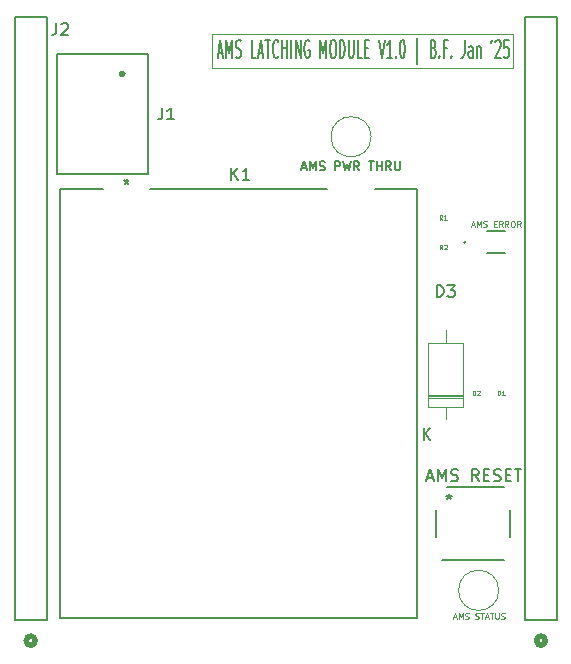
<source format=gbr>
%TF.GenerationSoftware,KiCad,Pcbnew,8.0.7*%
%TF.CreationDate,2025-01-14T16:56:09-05:00*%
%TF.ProjectId,AMS Latching Module,414d5320-4c61-4746-9368-696e67204d6f,rev?*%
%TF.SameCoordinates,Original*%
%TF.FileFunction,Legend,Top*%
%TF.FilePolarity,Positive*%
%FSLAX46Y46*%
G04 Gerber Fmt 4.6, Leading zero omitted, Abs format (unit mm)*
G04 Created by KiCad (PCBNEW 8.0.7) date 2025-01-14 16:56:09*
%MOMM*%
%LPD*%
G01*
G04 APERTURE LIST*
%ADD10C,0.100000*%
%ADD11C,0.187500*%
%ADD12C,0.098425*%
%ADD13C,0.150000*%
%ADD14C,0.125000*%
%ADD15C,0.170000*%
%ADD16C,0.120000*%
%ADD17C,0.152400*%
%ADD18C,0.508000*%
%ADD19C,0.200000*%
%ADD20C,0.400000*%
G04 APERTURE END LIST*
D10*
X66120000Y-50870000D02*
X91620000Y-50870000D01*
X91620000Y-53770000D01*
X66120000Y-53770000D01*
X66120000Y-50870000D01*
D11*
X66686212Y-52448107D02*
X67043355Y-52448107D01*
X66614783Y-52876678D02*
X66864783Y-51376678D01*
X66864783Y-51376678D02*
X67114783Y-52876678D01*
X67364783Y-52876678D02*
X67364783Y-51376678D01*
X67364783Y-51376678D02*
X67614783Y-52448107D01*
X67614783Y-52448107D02*
X67864783Y-51376678D01*
X67864783Y-51376678D02*
X67864783Y-52876678D01*
X68186212Y-52805250D02*
X68293355Y-52876678D01*
X68293355Y-52876678D02*
X68471926Y-52876678D01*
X68471926Y-52876678D02*
X68543355Y-52805250D01*
X68543355Y-52805250D02*
X68579069Y-52733821D01*
X68579069Y-52733821D02*
X68614783Y-52590964D01*
X68614783Y-52590964D02*
X68614783Y-52448107D01*
X68614783Y-52448107D02*
X68579069Y-52305250D01*
X68579069Y-52305250D02*
X68543355Y-52233821D01*
X68543355Y-52233821D02*
X68471926Y-52162392D01*
X68471926Y-52162392D02*
X68329069Y-52090964D01*
X68329069Y-52090964D02*
X68257640Y-52019535D01*
X68257640Y-52019535D02*
X68221926Y-51948107D01*
X68221926Y-51948107D02*
X68186212Y-51805250D01*
X68186212Y-51805250D02*
X68186212Y-51662392D01*
X68186212Y-51662392D02*
X68221926Y-51519535D01*
X68221926Y-51519535D02*
X68257640Y-51448107D01*
X68257640Y-51448107D02*
X68329069Y-51376678D01*
X68329069Y-51376678D02*
X68507640Y-51376678D01*
X68507640Y-51376678D02*
X68614783Y-51448107D01*
X69864784Y-52876678D02*
X69507641Y-52876678D01*
X69507641Y-52876678D02*
X69507641Y-51376678D01*
X70079070Y-52448107D02*
X70436213Y-52448107D01*
X70007641Y-52876678D02*
X70257641Y-51376678D01*
X70257641Y-51376678D02*
X70507641Y-52876678D01*
X70650498Y-51376678D02*
X71079070Y-51376678D01*
X70864784Y-52876678D02*
X70864784Y-51376678D01*
X71757641Y-52733821D02*
X71721927Y-52805250D01*
X71721927Y-52805250D02*
X71614784Y-52876678D01*
X71614784Y-52876678D02*
X71543356Y-52876678D01*
X71543356Y-52876678D02*
X71436213Y-52805250D01*
X71436213Y-52805250D02*
X71364784Y-52662392D01*
X71364784Y-52662392D02*
X71329070Y-52519535D01*
X71329070Y-52519535D02*
X71293356Y-52233821D01*
X71293356Y-52233821D02*
X71293356Y-52019535D01*
X71293356Y-52019535D02*
X71329070Y-51733821D01*
X71329070Y-51733821D02*
X71364784Y-51590964D01*
X71364784Y-51590964D02*
X71436213Y-51448107D01*
X71436213Y-51448107D02*
X71543356Y-51376678D01*
X71543356Y-51376678D02*
X71614784Y-51376678D01*
X71614784Y-51376678D02*
X71721927Y-51448107D01*
X71721927Y-51448107D02*
X71757641Y-51519535D01*
X72079070Y-52876678D02*
X72079070Y-51376678D01*
X72079070Y-52090964D02*
X72507641Y-52090964D01*
X72507641Y-52876678D02*
X72507641Y-51376678D01*
X72864784Y-52876678D02*
X72864784Y-51376678D01*
X73221927Y-52876678D02*
X73221927Y-51376678D01*
X73221927Y-51376678D02*
X73650498Y-52876678D01*
X73650498Y-52876678D02*
X73650498Y-51376678D01*
X74400498Y-51448107D02*
X74329070Y-51376678D01*
X74329070Y-51376678D02*
X74221927Y-51376678D01*
X74221927Y-51376678D02*
X74114784Y-51448107D01*
X74114784Y-51448107D02*
X74043355Y-51590964D01*
X74043355Y-51590964D02*
X74007641Y-51733821D01*
X74007641Y-51733821D02*
X73971927Y-52019535D01*
X73971927Y-52019535D02*
X73971927Y-52233821D01*
X73971927Y-52233821D02*
X74007641Y-52519535D01*
X74007641Y-52519535D02*
X74043355Y-52662392D01*
X74043355Y-52662392D02*
X74114784Y-52805250D01*
X74114784Y-52805250D02*
X74221927Y-52876678D01*
X74221927Y-52876678D02*
X74293355Y-52876678D01*
X74293355Y-52876678D02*
X74400498Y-52805250D01*
X74400498Y-52805250D02*
X74436212Y-52733821D01*
X74436212Y-52733821D02*
X74436212Y-52233821D01*
X74436212Y-52233821D02*
X74293355Y-52233821D01*
X75329070Y-52876678D02*
X75329070Y-51376678D01*
X75329070Y-51376678D02*
X75579070Y-52448107D01*
X75579070Y-52448107D02*
X75829070Y-51376678D01*
X75829070Y-51376678D02*
X75829070Y-52876678D01*
X76329070Y-51376678D02*
X76471927Y-51376678D01*
X76471927Y-51376678D02*
X76543356Y-51448107D01*
X76543356Y-51448107D02*
X76614784Y-51590964D01*
X76614784Y-51590964D02*
X76650499Y-51876678D01*
X76650499Y-51876678D02*
X76650499Y-52376678D01*
X76650499Y-52376678D02*
X76614784Y-52662392D01*
X76614784Y-52662392D02*
X76543356Y-52805250D01*
X76543356Y-52805250D02*
X76471927Y-52876678D01*
X76471927Y-52876678D02*
X76329070Y-52876678D01*
X76329070Y-52876678D02*
X76257642Y-52805250D01*
X76257642Y-52805250D02*
X76186213Y-52662392D01*
X76186213Y-52662392D02*
X76150499Y-52376678D01*
X76150499Y-52376678D02*
X76150499Y-51876678D01*
X76150499Y-51876678D02*
X76186213Y-51590964D01*
X76186213Y-51590964D02*
X76257642Y-51448107D01*
X76257642Y-51448107D02*
X76329070Y-51376678D01*
X76971927Y-52876678D02*
X76971927Y-51376678D01*
X76971927Y-51376678D02*
X77150498Y-51376678D01*
X77150498Y-51376678D02*
X77257641Y-51448107D01*
X77257641Y-51448107D02*
X77329070Y-51590964D01*
X77329070Y-51590964D02*
X77364784Y-51733821D01*
X77364784Y-51733821D02*
X77400498Y-52019535D01*
X77400498Y-52019535D02*
X77400498Y-52233821D01*
X77400498Y-52233821D02*
X77364784Y-52519535D01*
X77364784Y-52519535D02*
X77329070Y-52662392D01*
X77329070Y-52662392D02*
X77257641Y-52805250D01*
X77257641Y-52805250D02*
X77150498Y-52876678D01*
X77150498Y-52876678D02*
X76971927Y-52876678D01*
X77721927Y-51376678D02*
X77721927Y-52590964D01*
X77721927Y-52590964D02*
X77757641Y-52733821D01*
X77757641Y-52733821D02*
X77793356Y-52805250D01*
X77793356Y-52805250D02*
X77864784Y-52876678D01*
X77864784Y-52876678D02*
X78007641Y-52876678D01*
X78007641Y-52876678D02*
X78079070Y-52805250D01*
X78079070Y-52805250D02*
X78114784Y-52733821D01*
X78114784Y-52733821D02*
X78150498Y-52590964D01*
X78150498Y-52590964D02*
X78150498Y-51376678D01*
X78864784Y-52876678D02*
X78507641Y-52876678D01*
X78507641Y-52876678D02*
X78507641Y-51376678D01*
X79114784Y-52090964D02*
X79364784Y-52090964D01*
X79471927Y-52876678D02*
X79114784Y-52876678D01*
X79114784Y-52876678D02*
X79114784Y-51376678D01*
X79114784Y-51376678D02*
X79471927Y-51376678D01*
X80257641Y-51376678D02*
X80507641Y-52876678D01*
X80507641Y-52876678D02*
X80757641Y-51376678D01*
X81400498Y-52876678D02*
X80971927Y-52876678D01*
X81186212Y-52876678D02*
X81186212Y-51376678D01*
X81186212Y-51376678D02*
X81114784Y-51590964D01*
X81114784Y-51590964D02*
X81043355Y-51733821D01*
X81043355Y-51733821D02*
X80971927Y-51805250D01*
X81721927Y-52733821D02*
X81757641Y-52805250D01*
X81757641Y-52805250D02*
X81721927Y-52876678D01*
X81721927Y-52876678D02*
X81686213Y-52805250D01*
X81686213Y-52805250D02*
X81721927Y-52733821D01*
X81721927Y-52733821D02*
X81721927Y-52876678D01*
X82221927Y-51376678D02*
X82293356Y-51376678D01*
X82293356Y-51376678D02*
X82364784Y-51448107D01*
X82364784Y-51448107D02*
X82400499Y-51519535D01*
X82400499Y-51519535D02*
X82436213Y-51662392D01*
X82436213Y-51662392D02*
X82471927Y-51948107D01*
X82471927Y-51948107D02*
X82471927Y-52305250D01*
X82471927Y-52305250D02*
X82436213Y-52590964D01*
X82436213Y-52590964D02*
X82400499Y-52733821D01*
X82400499Y-52733821D02*
X82364784Y-52805250D01*
X82364784Y-52805250D02*
X82293356Y-52876678D01*
X82293356Y-52876678D02*
X82221927Y-52876678D01*
X82221927Y-52876678D02*
X82150499Y-52805250D01*
X82150499Y-52805250D02*
X82114784Y-52733821D01*
X82114784Y-52733821D02*
X82079070Y-52590964D01*
X82079070Y-52590964D02*
X82043356Y-52305250D01*
X82043356Y-52305250D02*
X82043356Y-51948107D01*
X82043356Y-51948107D02*
X82079070Y-51662392D01*
X82079070Y-51662392D02*
X82114784Y-51519535D01*
X82114784Y-51519535D02*
X82150499Y-51448107D01*
X82150499Y-51448107D02*
X82221927Y-51376678D01*
X83543356Y-53376678D02*
X83543356Y-51233821D01*
X84900500Y-52090964D02*
X85007643Y-52162392D01*
X85007643Y-52162392D02*
X85043357Y-52233821D01*
X85043357Y-52233821D02*
X85079071Y-52376678D01*
X85079071Y-52376678D02*
X85079071Y-52590964D01*
X85079071Y-52590964D02*
X85043357Y-52733821D01*
X85043357Y-52733821D02*
X85007643Y-52805250D01*
X85007643Y-52805250D02*
X84936214Y-52876678D01*
X84936214Y-52876678D02*
X84650500Y-52876678D01*
X84650500Y-52876678D02*
X84650500Y-51376678D01*
X84650500Y-51376678D02*
X84900500Y-51376678D01*
X84900500Y-51376678D02*
X84971929Y-51448107D01*
X84971929Y-51448107D02*
X85007643Y-51519535D01*
X85007643Y-51519535D02*
X85043357Y-51662392D01*
X85043357Y-51662392D02*
X85043357Y-51805250D01*
X85043357Y-51805250D02*
X85007643Y-51948107D01*
X85007643Y-51948107D02*
X84971929Y-52019535D01*
X84971929Y-52019535D02*
X84900500Y-52090964D01*
X84900500Y-52090964D02*
X84650500Y-52090964D01*
X85400500Y-52733821D02*
X85436214Y-52805250D01*
X85436214Y-52805250D02*
X85400500Y-52876678D01*
X85400500Y-52876678D02*
X85364786Y-52805250D01*
X85364786Y-52805250D02*
X85400500Y-52733821D01*
X85400500Y-52733821D02*
X85400500Y-52876678D01*
X86007643Y-52090964D02*
X85757643Y-52090964D01*
X85757643Y-52876678D02*
X85757643Y-51376678D01*
X85757643Y-51376678D02*
X86114786Y-51376678D01*
X86400500Y-52733821D02*
X86436214Y-52805250D01*
X86436214Y-52805250D02*
X86400500Y-52876678D01*
X86400500Y-52876678D02*
X86364786Y-52805250D01*
X86364786Y-52805250D02*
X86400500Y-52733821D01*
X86400500Y-52733821D02*
X86400500Y-52876678D01*
X87543358Y-51376678D02*
X87543358Y-52448107D01*
X87543358Y-52448107D02*
X87507643Y-52662392D01*
X87507643Y-52662392D02*
X87436215Y-52805250D01*
X87436215Y-52805250D02*
X87329072Y-52876678D01*
X87329072Y-52876678D02*
X87257643Y-52876678D01*
X88221930Y-52876678D02*
X88221930Y-52090964D01*
X88221930Y-52090964D02*
X88186215Y-51948107D01*
X88186215Y-51948107D02*
X88114787Y-51876678D01*
X88114787Y-51876678D02*
X87971930Y-51876678D01*
X87971930Y-51876678D02*
X87900501Y-51948107D01*
X88221930Y-52805250D02*
X88150501Y-52876678D01*
X88150501Y-52876678D02*
X87971930Y-52876678D01*
X87971930Y-52876678D02*
X87900501Y-52805250D01*
X87900501Y-52805250D02*
X87864787Y-52662392D01*
X87864787Y-52662392D02*
X87864787Y-52519535D01*
X87864787Y-52519535D02*
X87900501Y-52376678D01*
X87900501Y-52376678D02*
X87971930Y-52305250D01*
X87971930Y-52305250D02*
X88150501Y-52305250D01*
X88150501Y-52305250D02*
X88221930Y-52233821D01*
X88579072Y-51876678D02*
X88579072Y-52876678D01*
X88579072Y-52019535D02*
X88614786Y-51948107D01*
X88614786Y-51948107D02*
X88686215Y-51876678D01*
X88686215Y-51876678D02*
X88793358Y-51876678D01*
X88793358Y-51876678D02*
X88864786Y-51948107D01*
X88864786Y-51948107D02*
X88900501Y-52090964D01*
X88900501Y-52090964D02*
X88900501Y-52876678D01*
X89864786Y-51376678D02*
X89793358Y-51662392D01*
X90150501Y-51519535D02*
X90186215Y-51448107D01*
X90186215Y-51448107D02*
X90257644Y-51376678D01*
X90257644Y-51376678D02*
X90436215Y-51376678D01*
X90436215Y-51376678D02*
X90507644Y-51448107D01*
X90507644Y-51448107D02*
X90543358Y-51519535D01*
X90543358Y-51519535D02*
X90579072Y-51662392D01*
X90579072Y-51662392D02*
X90579072Y-51805250D01*
X90579072Y-51805250D02*
X90543358Y-52019535D01*
X90543358Y-52019535D02*
X90114786Y-52876678D01*
X90114786Y-52876678D02*
X90579072Y-52876678D01*
X91257644Y-51376678D02*
X90900501Y-51376678D01*
X90900501Y-51376678D02*
X90864787Y-52090964D01*
X90864787Y-52090964D02*
X90900501Y-52019535D01*
X90900501Y-52019535D02*
X90971930Y-51948107D01*
X90971930Y-51948107D02*
X91150501Y-51948107D01*
X91150501Y-51948107D02*
X91221930Y-52019535D01*
X91221930Y-52019535D02*
X91257644Y-52090964D01*
X91257644Y-52090964D02*
X91293358Y-52233821D01*
X91293358Y-52233821D02*
X91293358Y-52590964D01*
X91293358Y-52590964D02*
X91257644Y-52733821D01*
X91257644Y-52733821D02*
X91221930Y-52805250D01*
X91221930Y-52805250D02*
X91150501Y-52876678D01*
X91150501Y-52876678D02*
X90971930Y-52876678D01*
X90971930Y-52876678D02*
X90900501Y-52805250D01*
X90900501Y-52805250D02*
X90864787Y-52733821D01*
D10*
X86581027Y-100260752D02*
X86819122Y-100260752D01*
X86533408Y-100403609D02*
X86700074Y-99903609D01*
X86700074Y-99903609D02*
X86866741Y-100403609D01*
X87033407Y-100403609D02*
X87033407Y-99903609D01*
X87033407Y-99903609D02*
X87200074Y-100260752D01*
X87200074Y-100260752D02*
X87366740Y-99903609D01*
X87366740Y-99903609D02*
X87366740Y-100403609D01*
X87581027Y-100379800D02*
X87652455Y-100403609D01*
X87652455Y-100403609D02*
X87771503Y-100403609D01*
X87771503Y-100403609D02*
X87819122Y-100379800D01*
X87819122Y-100379800D02*
X87842931Y-100355990D01*
X87842931Y-100355990D02*
X87866741Y-100308371D01*
X87866741Y-100308371D02*
X87866741Y-100260752D01*
X87866741Y-100260752D02*
X87842931Y-100213133D01*
X87842931Y-100213133D02*
X87819122Y-100189323D01*
X87819122Y-100189323D02*
X87771503Y-100165514D01*
X87771503Y-100165514D02*
X87676265Y-100141704D01*
X87676265Y-100141704D02*
X87628646Y-100117895D01*
X87628646Y-100117895D02*
X87604836Y-100094085D01*
X87604836Y-100094085D02*
X87581027Y-100046466D01*
X87581027Y-100046466D02*
X87581027Y-99998847D01*
X87581027Y-99998847D02*
X87604836Y-99951228D01*
X87604836Y-99951228D02*
X87628646Y-99927419D01*
X87628646Y-99927419D02*
X87676265Y-99903609D01*
X87676265Y-99903609D02*
X87795312Y-99903609D01*
X87795312Y-99903609D02*
X87866741Y-99927419D01*
X88438169Y-100379800D02*
X88509597Y-100403609D01*
X88509597Y-100403609D02*
X88628645Y-100403609D01*
X88628645Y-100403609D02*
X88676264Y-100379800D01*
X88676264Y-100379800D02*
X88700073Y-100355990D01*
X88700073Y-100355990D02*
X88723883Y-100308371D01*
X88723883Y-100308371D02*
X88723883Y-100260752D01*
X88723883Y-100260752D02*
X88700073Y-100213133D01*
X88700073Y-100213133D02*
X88676264Y-100189323D01*
X88676264Y-100189323D02*
X88628645Y-100165514D01*
X88628645Y-100165514D02*
X88533407Y-100141704D01*
X88533407Y-100141704D02*
X88485788Y-100117895D01*
X88485788Y-100117895D02*
X88461978Y-100094085D01*
X88461978Y-100094085D02*
X88438169Y-100046466D01*
X88438169Y-100046466D02*
X88438169Y-99998847D01*
X88438169Y-99998847D02*
X88461978Y-99951228D01*
X88461978Y-99951228D02*
X88485788Y-99927419D01*
X88485788Y-99927419D02*
X88533407Y-99903609D01*
X88533407Y-99903609D02*
X88652454Y-99903609D01*
X88652454Y-99903609D02*
X88723883Y-99927419D01*
X88866740Y-99903609D02*
X89152454Y-99903609D01*
X89009597Y-100403609D02*
X89009597Y-99903609D01*
X89295311Y-100260752D02*
X89533406Y-100260752D01*
X89247692Y-100403609D02*
X89414358Y-99903609D01*
X89414358Y-99903609D02*
X89581025Y-100403609D01*
X89676263Y-99903609D02*
X89961977Y-99903609D01*
X89819120Y-100403609D02*
X89819120Y-99903609D01*
X90128643Y-99903609D02*
X90128643Y-100308371D01*
X90128643Y-100308371D02*
X90152453Y-100355990D01*
X90152453Y-100355990D02*
X90176262Y-100379800D01*
X90176262Y-100379800D02*
X90223881Y-100403609D01*
X90223881Y-100403609D02*
X90319119Y-100403609D01*
X90319119Y-100403609D02*
X90366738Y-100379800D01*
X90366738Y-100379800D02*
X90390548Y-100355990D01*
X90390548Y-100355990D02*
X90414357Y-100308371D01*
X90414357Y-100308371D02*
X90414357Y-99903609D01*
X90628644Y-100379800D02*
X90700072Y-100403609D01*
X90700072Y-100403609D02*
X90819120Y-100403609D01*
X90819120Y-100403609D02*
X90866739Y-100379800D01*
X90866739Y-100379800D02*
X90890548Y-100355990D01*
X90890548Y-100355990D02*
X90914358Y-100308371D01*
X90914358Y-100308371D02*
X90914358Y-100260752D01*
X90914358Y-100260752D02*
X90890548Y-100213133D01*
X90890548Y-100213133D02*
X90866739Y-100189323D01*
X90866739Y-100189323D02*
X90819120Y-100165514D01*
X90819120Y-100165514D02*
X90723882Y-100141704D01*
X90723882Y-100141704D02*
X90676263Y-100117895D01*
X90676263Y-100117895D02*
X90652453Y-100094085D01*
X90652453Y-100094085D02*
X90628644Y-100046466D01*
X90628644Y-100046466D02*
X90628644Y-99998847D01*
X90628644Y-99998847D02*
X90652453Y-99951228D01*
X90652453Y-99951228D02*
X90676263Y-99927419D01*
X90676263Y-99927419D02*
X90723882Y-99903609D01*
X90723882Y-99903609D02*
X90842929Y-99903609D01*
X90842929Y-99903609D02*
X90914358Y-99927419D01*
D12*
X90329411Y-81447014D02*
X90329411Y-81053313D01*
X90329411Y-81053313D02*
X90423149Y-81053313D01*
X90423149Y-81053313D02*
X90479392Y-81072061D01*
X90479392Y-81072061D02*
X90516888Y-81109556D01*
X90516888Y-81109556D02*
X90535635Y-81147052D01*
X90535635Y-81147052D02*
X90554383Y-81222042D01*
X90554383Y-81222042D02*
X90554383Y-81278285D01*
X90554383Y-81278285D02*
X90535635Y-81353276D01*
X90535635Y-81353276D02*
X90516888Y-81390771D01*
X90516888Y-81390771D02*
X90479392Y-81428267D01*
X90479392Y-81428267D02*
X90423149Y-81447014D01*
X90423149Y-81447014D02*
X90329411Y-81447014D01*
X90929336Y-81447014D02*
X90704364Y-81447014D01*
X90816850Y-81447014D02*
X90816850Y-81053313D01*
X90816850Y-81053313D02*
X90779355Y-81109556D01*
X90779355Y-81109556D02*
X90741860Y-81147052D01*
X90741860Y-81147052D02*
X90704364Y-81165799D01*
X88229411Y-81447014D02*
X88229411Y-81053313D01*
X88229411Y-81053313D02*
X88323149Y-81053313D01*
X88323149Y-81053313D02*
X88379392Y-81072061D01*
X88379392Y-81072061D02*
X88416888Y-81109556D01*
X88416888Y-81109556D02*
X88435635Y-81147052D01*
X88435635Y-81147052D02*
X88454383Y-81222042D01*
X88454383Y-81222042D02*
X88454383Y-81278285D01*
X88454383Y-81278285D02*
X88435635Y-81353276D01*
X88435635Y-81353276D02*
X88416888Y-81390771D01*
X88416888Y-81390771D02*
X88379392Y-81428267D01*
X88379392Y-81428267D02*
X88323149Y-81447014D01*
X88323149Y-81447014D02*
X88229411Y-81447014D01*
X88604364Y-81090809D02*
X88623112Y-81072061D01*
X88623112Y-81072061D02*
X88660607Y-81053313D01*
X88660607Y-81053313D02*
X88754346Y-81053313D01*
X88754346Y-81053313D02*
X88791841Y-81072061D01*
X88791841Y-81072061D02*
X88810589Y-81090809D01*
X88810589Y-81090809D02*
X88829336Y-81128304D01*
X88829336Y-81128304D02*
X88829336Y-81165799D01*
X88829336Y-81165799D02*
X88810589Y-81222042D01*
X88810589Y-81222042D02*
X88585617Y-81447014D01*
X88585617Y-81447014D02*
X88829336Y-81447014D01*
D13*
X73759285Y-62194878D02*
X74116428Y-62194878D01*
X73687856Y-62409164D02*
X73937856Y-61659164D01*
X73937856Y-61659164D02*
X74187856Y-62409164D01*
X74437856Y-62409164D02*
X74437856Y-61659164D01*
X74437856Y-61659164D02*
X74687856Y-62194878D01*
X74687856Y-62194878D02*
X74937856Y-61659164D01*
X74937856Y-61659164D02*
X74937856Y-62409164D01*
X75259285Y-62373450D02*
X75366428Y-62409164D01*
X75366428Y-62409164D02*
X75544999Y-62409164D01*
X75544999Y-62409164D02*
X75616428Y-62373450D01*
X75616428Y-62373450D02*
X75652142Y-62337735D01*
X75652142Y-62337735D02*
X75687856Y-62266307D01*
X75687856Y-62266307D02*
X75687856Y-62194878D01*
X75687856Y-62194878D02*
X75652142Y-62123450D01*
X75652142Y-62123450D02*
X75616428Y-62087735D01*
X75616428Y-62087735D02*
X75544999Y-62052021D01*
X75544999Y-62052021D02*
X75402142Y-62016307D01*
X75402142Y-62016307D02*
X75330713Y-61980592D01*
X75330713Y-61980592D02*
X75294999Y-61944878D01*
X75294999Y-61944878D02*
X75259285Y-61873450D01*
X75259285Y-61873450D02*
X75259285Y-61802021D01*
X75259285Y-61802021D02*
X75294999Y-61730592D01*
X75294999Y-61730592D02*
X75330713Y-61694878D01*
X75330713Y-61694878D02*
X75402142Y-61659164D01*
X75402142Y-61659164D02*
X75580713Y-61659164D01*
X75580713Y-61659164D02*
X75687856Y-61694878D01*
X76580714Y-62409164D02*
X76580714Y-61659164D01*
X76580714Y-61659164D02*
X76866428Y-61659164D01*
X76866428Y-61659164D02*
X76937857Y-61694878D01*
X76937857Y-61694878D02*
X76973571Y-61730592D01*
X76973571Y-61730592D02*
X77009285Y-61802021D01*
X77009285Y-61802021D02*
X77009285Y-61909164D01*
X77009285Y-61909164D02*
X76973571Y-61980592D01*
X76973571Y-61980592D02*
X76937857Y-62016307D01*
X76937857Y-62016307D02*
X76866428Y-62052021D01*
X76866428Y-62052021D02*
X76580714Y-62052021D01*
X77259285Y-61659164D02*
X77437857Y-62409164D01*
X77437857Y-62409164D02*
X77580714Y-61873450D01*
X77580714Y-61873450D02*
X77723571Y-62409164D01*
X77723571Y-62409164D02*
X77902143Y-61659164D01*
X78616428Y-62409164D02*
X78366428Y-62052021D01*
X78187857Y-62409164D02*
X78187857Y-61659164D01*
X78187857Y-61659164D02*
X78473571Y-61659164D01*
X78473571Y-61659164D02*
X78545000Y-61694878D01*
X78545000Y-61694878D02*
X78580714Y-61730592D01*
X78580714Y-61730592D02*
X78616428Y-61802021D01*
X78616428Y-61802021D02*
X78616428Y-61909164D01*
X78616428Y-61909164D02*
X78580714Y-61980592D01*
X78580714Y-61980592D02*
X78545000Y-62016307D01*
X78545000Y-62016307D02*
X78473571Y-62052021D01*
X78473571Y-62052021D02*
X78187857Y-62052021D01*
X79402143Y-61659164D02*
X79830715Y-61659164D01*
X79616429Y-62409164D02*
X79616429Y-61659164D01*
X80080715Y-62409164D02*
X80080715Y-61659164D01*
X80080715Y-62016307D02*
X80509286Y-62016307D01*
X80509286Y-62409164D02*
X80509286Y-61659164D01*
X81295000Y-62409164D02*
X81045000Y-62052021D01*
X80866429Y-62409164D02*
X80866429Y-61659164D01*
X80866429Y-61659164D02*
X81152143Y-61659164D01*
X81152143Y-61659164D02*
X81223572Y-61694878D01*
X81223572Y-61694878D02*
X81259286Y-61730592D01*
X81259286Y-61730592D02*
X81295000Y-61802021D01*
X81295000Y-61802021D02*
X81295000Y-61909164D01*
X81295000Y-61909164D02*
X81259286Y-61980592D01*
X81259286Y-61980592D02*
X81223572Y-62016307D01*
X81223572Y-62016307D02*
X81152143Y-62052021D01*
X81152143Y-62052021D02*
X80866429Y-62052021D01*
X81616429Y-61659164D02*
X81616429Y-62266307D01*
X81616429Y-62266307D02*
X81652143Y-62337735D01*
X81652143Y-62337735D02*
X81687858Y-62373450D01*
X81687858Y-62373450D02*
X81759286Y-62409164D01*
X81759286Y-62409164D02*
X81902143Y-62409164D01*
X81902143Y-62409164D02*
X81973572Y-62373450D01*
X81973572Y-62373450D02*
X82009286Y-62337735D01*
X82009286Y-62337735D02*
X82045000Y-62266307D01*
X82045000Y-62266307D02*
X82045000Y-61659164D01*
X52966666Y-49954819D02*
X52966666Y-50669104D01*
X52966666Y-50669104D02*
X52919047Y-50811961D01*
X52919047Y-50811961D02*
X52823809Y-50907200D01*
X52823809Y-50907200D02*
X52680952Y-50954819D01*
X52680952Y-50954819D02*
X52585714Y-50954819D01*
X53395238Y-50050057D02*
X53442857Y-50002438D01*
X53442857Y-50002438D02*
X53538095Y-49954819D01*
X53538095Y-49954819D02*
X53776190Y-49954819D01*
X53776190Y-49954819D02*
X53871428Y-50002438D01*
X53871428Y-50002438D02*
X53919047Y-50050057D01*
X53919047Y-50050057D02*
X53966666Y-50145295D01*
X53966666Y-50145295D02*
X53966666Y-50240533D01*
X53966666Y-50240533D02*
X53919047Y-50383390D01*
X53919047Y-50383390D02*
X53347619Y-50954819D01*
X53347619Y-50954819D02*
X53966666Y-50954819D01*
X84391428Y-88439104D02*
X84867618Y-88439104D01*
X84296190Y-88724819D02*
X84629523Y-87724819D01*
X84629523Y-87724819D02*
X84962856Y-88724819D01*
X85296190Y-88724819D02*
X85296190Y-87724819D01*
X85296190Y-87724819D02*
X85629523Y-88439104D01*
X85629523Y-88439104D02*
X85962856Y-87724819D01*
X85962856Y-87724819D02*
X85962856Y-88724819D01*
X86391428Y-88677200D02*
X86534285Y-88724819D01*
X86534285Y-88724819D02*
X86772380Y-88724819D01*
X86772380Y-88724819D02*
X86867618Y-88677200D01*
X86867618Y-88677200D02*
X86915237Y-88629580D01*
X86915237Y-88629580D02*
X86962856Y-88534342D01*
X86962856Y-88534342D02*
X86962856Y-88439104D01*
X86962856Y-88439104D02*
X86915237Y-88343866D01*
X86915237Y-88343866D02*
X86867618Y-88296247D01*
X86867618Y-88296247D02*
X86772380Y-88248628D01*
X86772380Y-88248628D02*
X86581904Y-88201009D01*
X86581904Y-88201009D02*
X86486666Y-88153390D01*
X86486666Y-88153390D02*
X86439047Y-88105771D01*
X86439047Y-88105771D02*
X86391428Y-88010533D01*
X86391428Y-88010533D02*
X86391428Y-87915295D01*
X86391428Y-87915295D02*
X86439047Y-87820057D01*
X86439047Y-87820057D02*
X86486666Y-87772438D01*
X86486666Y-87772438D02*
X86581904Y-87724819D01*
X86581904Y-87724819D02*
X86819999Y-87724819D01*
X86819999Y-87724819D02*
X86962856Y-87772438D01*
X88724761Y-88724819D02*
X88391428Y-88248628D01*
X88153333Y-88724819D02*
X88153333Y-87724819D01*
X88153333Y-87724819D02*
X88534285Y-87724819D01*
X88534285Y-87724819D02*
X88629523Y-87772438D01*
X88629523Y-87772438D02*
X88677142Y-87820057D01*
X88677142Y-87820057D02*
X88724761Y-87915295D01*
X88724761Y-87915295D02*
X88724761Y-88058152D01*
X88724761Y-88058152D02*
X88677142Y-88153390D01*
X88677142Y-88153390D02*
X88629523Y-88201009D01*
X88629523Y-88201009D02*
X88534285Y-88248628D01*
X88534285Y-88248628D02*
X88153333Y-88248628D01*
X89153333Y-88201009D02*
X89486666Y-88201009D01*
X89629523Y-88724819D02*
X89153333Y-88724819D01*
X89153333Y-88724819D02*
X89153333Y-87724819D01*
X89153333Y-87724819D02*
X89629523Y-87724819D01*
X90010476Y-88677200D02*
X90153333Y-88724819D01*
X90153333Y-88724819D02*
X90391428Y-88724819D01*
X90391428Y-88724819D02*
X90486666Y-88677200D01*
X90486666Y-88677200D02*
X90534285Y-88629580D01*
X90534285Y-88629580D02*
X90581904Y-88534342D01*
X90581904Y-88534342D02*
X90581904Y-88439104D01*
X90581904Y-88439104D02*
X90534285Y-88343866D01*
X90534285Y-88343866D02*
X90486666Y-88296247D01*
X90486666Y-88296247D02*
X90391428Y-88248628D01*
X90391428Y-88248628D02*
X90200952Y-88201009D01*
X90200952Y-88201009D02*
X90105714Y-88153390D01*
X90105714Y-88153390D02*
X90058095Y-88105771D01*
X90058095Y-88105771D02*
X90010476Y-88010533D01*
X90010476Y-88010533D02*
X90010476Y-87915295D01*
X90010476Y-87915295D02*
X90058095Y-87820057D01*
X90058095Y-87820057D02*
X90105714Y-87772438D01*
X90105714Y-87772438D02*
X90200952Y-87724819D01*
X90200952Y-87724819D02*
X90439047Y-87724819D01*
X90439047Y-87724819D02*
X90581904Y-87772438D01*
X91010476Y-88201009D02*
X91343809Y-88201009D01*
X91486666Y-88724819D02*
X91010476Y-88724819D01*
X91010476Y-88724819D02*
X91010476Y-87724819D01*
X91010476Y-87724819D02*
X91486666Y-87724819D01*
X91772381Y-87724819D02*
X92343809Y-87724819D01*
X92058095Y-88724819D02*
X92058095Y-87724819D01*
X86220000Y-89824819D02*
X86220000Y-90062914D01*
X85981905Y-89967676D02*
X86220000Y-90062914D01*
X86220000Y-90062914D02*
X86458095Y-89967676D01*
X86077143Y-90253390D02*
X86220000Y-90062914D01*
X86220000Y-90062914D02*
X86362857Y-90253390D01*
D14*
X88126172Y-67051952D02*
X88364267Y-67051952D01*
X88078553Y-67194809D02*
X88245219Y-66694809D01*
X88245219Y-66694809D02*
X88411886Y-67194809D01*
X88578552Y-67194809D02*
X88578552Y-66694809D01*
X88578552Y-66694809D02*
X88745219Y-67051952D01*
X88745219Y-67051952D02*
X88911885Y-66694809D01*
X88911885Y-66694809D02*
X88911885Y-67194809D01*
X89126172Y-67171000D02*
X89197600Y-67194809D01*
X89197600Y-67194809D02*
X89316648Y-67194809D01*
X89316648Y-67194809D02*
X89364267Y-67171000D01*
X89364267Y-67171000D02*
X89388076Y-67147190D01*
X89388076Y-67147190D02*
X89411886Y-67099571D01*
X89411886Y-67099571D02*
X89411886Y-67051952D01*
X89411886Y-67051952D02*
X89388076Y-67004333D01*
X89388076Y-67004333D02*
X89364267Y-66980523D01*
X89364267Y-66980523D02*
X89316648Y-66956714D01*
X89316648Y-66956714D02*
X89221410Y-66932904D01*
X89221410Y-66932904D02*
X89173791Y-66909095D01*
X89173791Y-66909095D02*
X89149981Y-66885285D01*
X89149981Y-66885285D02*
X89126172Y-66837666D01*
X89126172Y-66837666D02*
X89126172Y-66790047D01*
X89126172Y-66790047D02*
X89149981Y-66742428D01*
X89149981Y-66742428D02*
X89173791Y-66718619D01*
X89173791Y-66718619D02*
X89221410Y-66694809D01*
X89221410Y-66694809D02*
X89340457Y-66694809D01*
X89340457Y-66694809D02*
X89411886Y-66718619D01*
X90007123Y-66932904D02*
X90173790Y-66932904D01*
X90245218Y-67194809D02*
X90007123Y-67194809D01*
X90007123Y-67194809D02*
X90007123Y-66694809D01*
X90007123Y-66694809D02*
X90245218Y-66694809D01*
X90745218Y-67194809D02*
X90578552Y-66956714D01*
X90459504Y-67194809D02*
X90459504Y-66694809D01*
X90459504Y-66694809D02*
X90649980Y-66694809D01*
X90649980Y-66694809D02*
X90697599Y-66718619D01*
X90697599Y-66718619D02*
X90721409Y-66742428D01*
X90721409Y-66742428D02*
X90745218Y-66790047D01*
X90745218Y-66790047D02*
X90745218Y-66861476D01*
X90745218Y-66861476D02*
X90721409Y-66909095D01*
X90721409Y-66909095D02*
X90697599Y-66932904D01*
X90697599Y-66932904D02*
X90649980Y-66956714D01*
X90649980Y-66956714D02*
X90459504Y-66956714D01*
X91245218Y-67194809D02*
X91078552Y-66956714D01*
X90959504Y-67194809D02*
X90959504Y-66694809D01*
X90959504Y-66694809D02*
X91149980Y-66694809D01*
X91149980Y-66694809D02*
X91197599Y-66718619D01*
X91197599Y-66718619D02*
X91221409Y-66742428D01*
X91221409Y-66742428D02*
X91245218Y-66790047D01*
X91245218Y-66790047D02*
X91245218Y-66861476D01*
X91245218Y-66861476D02*
X91221409Y-66909095D01*
X91221409Y-66909095D02*
X91197599Y-66932904D01*
X91197599Y-66932904D02*
X91149980Y-66956714D01*
X91149980Y-66956714D02*
X90959504Y-66956714D01*
X91554742Y-66694809D02*
X91649980Y-66694809D01*
X91649980Y-66694809D02*
X91697599Y-66718619D01*
X91697599Y-66718619D02*
X91745218Y-66766238D01*
X91745218Y-66766238D02*
X91769028Y-66861476D01*
X91769028Y-66861476D02*
X91769028Y-67028142D01*
X91769028Y-67028142D02*
X91745218Y-67123380D01*
X91745218Y-67123380D02*
X91697599Y-67171000D01*
X91697599Y-67171000D02*
X91649980Y-67194809D01*
X91649980Y-67194809D02*
X91554742Y-67194809D01*
X91554742Y-67194809D02*
X91507123Y-67171000D01*
X91507123Y-67171000D02*
X91459504Y-67123380D01*
X91459504Y-67123380D02*
X91435695Y-67028142D01*
X91435695Y-67028142D02*
X91435695Y-66861476D01*
X91435695Y-66861476D02*
X91459504Y-66766238D01*
X91459504Y-66766238D02*
X91507123Y-66718619D01*
X91507123Y-66718619D02*
X91554742Y-66694809D01*
X92269028Y-67194809D02*
X92102362Y-66956714D01*
X91983314Y-67194809D02*
X91983314Y-66694809D01*
X91983314Y-66694809D02*
X92173790Y-66694809D01*
X92173790Y-66694809D02*
X92221409Y-66718619D01*
X92221409Y-66718619D02*
X92245219Y-66742428D01*
X92245219Y-66742428D02*
X92269028Y-66790047D01*
X92269028Y-66790047D02*
X92269028Y-66861476D01*
X92269028Y-66861476D02*
X92245219Y-66909095D01*
X92245219Y-66909095D02*
X92221409Y-66932904D01*
X92221409Y-66932904D02*
X92173790Y-66956714D01*
X92173790Y-66956714D02*
X91983314Y-66956714D01*
D15*
X67781905Y-63223779D02*
X67781905Y-62223779D01*
X68353333Y-63223779D02*
X67924762Y-62652350D01*
X68353333Y-62223779D02*
X67781905Y-62795207D01*
X69305714Y-63223779D02*
X68734286Y-63223779D01*
X69020000Y-63223779D02*
X69020000Y-62223779D01*
X69020000Y-62223779D02*
X68924762Y-62366636D01*
X68924762Y-62366636D02*
X68829524Y-62461874D01*
X68829524Y-62461874D02*
X68734286Y-62509493D01*
X58920000Y-63123779D02*
X58920000Y-63361874D01*
X58681905Y-63266636D02*
X58920000Y-63361874D01*
X58920000Y-63361874D02*
X59158095Y-63266636D01*
X58777143Y-63552350D02*
X58920000Y-63361874D01*
X58920000Y-63361874D02*
X59062857Y-63552350D01*
D12*
X85654383Y-69099414D02*
X85523149Y-68911938D01*
X85429411Y-69099414D02*
X85429411Y-68705713D01*
X85429411Y-68705713D02*
X85579392Y-68705713D01*
X85579392Y-68705713D02*
X85616888Y-68724461D01*
X85616888Y-68724461D02*
X85635635Y-68743209D01*
X85635635Y-68743209D02*
X85654383Y-68780704D01*
X85654383Y-68780704D02*
X85654383Y-68836947D01*
X85654383Y-68836947D02*
X85635635Y-68874442D01*
X85635635Y-68874442D02*
X85616888Y-68893190D01*
X85616888Y-68893190D02*
X85579392Y-68911938D01*
X85579392Y-68911938D02*
X85429411Y-68911938D01*
X85804364Y-68743209D02*
X85823112Y-68724461D01*
X85823112Y-68724461D02*
X85860607Y-68705713D01*
X85860607Y-68705713D02*
X85954346Y-68705713D01*
X85954346Y-68705713D02*
X85991841Y-68724461D01*
X85991841Y-68724461D02*
X86010589Y-68743209D01*
X86010589Y-68743209D02*
X86029336Y-68780704D01*
X86029336Y-68780704D02*
X86029336Y-68818199D01*
X86029336Y-68818199D02*
X86010589Y-68874442D01*
X86010589Y-68874442D02*
X85785617Y-69099414D01*
X85785617Y-69099414D02*
X86029336Y-69099414D01*
D13*
X61931666Y-57104819D02*
X61931666Y-57819104D01*
X61931666Y-57819104D02*
X61884047Y-57961961D01*
X61884047Y-57961961D02*
X61788809Y-58057200D01*
X61788809Y-58057200D02*
X61645952Y-58104819D01*
X61645952Y-58104819D02*
X61550714Y-58104819D01*
X62931666Y-58104819D02*
X62360238Y-58104819D01*
X62645952Y-58104819D02*
X62645952Y-57104819D01*
X62645952Y-57104819D02*
X62550714Y-57247676D01*
X62550714Y-57247676D02*
X62455476Y-57342914D01*
X62455476Y-57342914D02*
X62360238Y-57390533D01*
D12*
X85654383Y-66599414D02*
X85523149Y-66411938D01*
X85429411Y-66599414D02*
X85429411Y-66205713D01*
X85429411Y-66205713D02*
X85579392Y-66205713D01*
X85579392Y-66205713D02*
X85616888Y-66224461D01*
X85616888Y-66224461D02*
X85635635Y-66243209D01*
X85635635Y-66243209D02*
X85654383Y-66280704D01*
X85654383Y-66280704D02*
X85654383Y-66336947D01*
X85654383Y-66336947D02*
X85635635Y-66374442D01*
X85635635Y-66374442D02*
X85616888Y-66393190D01*
X85616888Y-66393190D02*
X85579392Y-66411938D01*
X85579392Y-66411938D02*
X85429411Y-66411938D01*
X86029336Y-66599414D02*
X85804364Y-66599414D01*
X85916850Y-66599414D02*
X85916850Y-66205713D01*
X85916850Y-66205713D02*
X85879355Y-66261956D01*
X85879355Y-66261956D02*
X85841860Y-66299452D01*
X85841860Y-66299452D02*
X85804364Y-66318199D01*
D13*
X85181905Y-73124819D02*
X85181905Y-72124819D01*
X85181905Y-72124819D02*
X85420000Y-72124819D01*
X85420000Y-72124819D02*
X85562857Y-72172438D01*
X85562857Y-72172438D02*
X85658095Y-72267676D01*
X85658095Y-72267676D02*
X85705714Y-72362914D01*
X85705714Y-72362914D02*
X85753333Y-72553390D01*
X85753333Y-72553390D02*
X85753333Y-72696247D01*
X85753333Y-72696247D02*
X85705714Y-72886723D01*
X85705714Y-72886723D02*
X85658095Y-72981961D01*
X85658095Y-72981961D02*
X85562857Y-73077200D01*
X85562857Y-73077200D02*
X85420000Y-73124819D01*
X85420000Y-73124819D02*
X85181905Y-73124819D01*
X86086667Y-72124819D02*
X86705714Y-72124819D01*
X86705714Y-72124819D02*
X86372381Y-72505771D01*
X86372381Y-72505771D02*
X86515238Y-72505771D01*
X86515238Y-72505771D02*
X86610476Y-72553390D01*
X86610476Y-72553390D02*
X86658095Y-72601009D01*
X86658095Y-72601009D02*
X86705714Y-72696247D01*
X86705714Y-72696247D02*
X86705714Y-72934342D01*
X86705714Y-72934342D02*
X86658095Y-73029580D01*
X86658095Y-73029580D02*
X86610476Y-73077200D01*
X86610476Y-73077200D02*
X86515238Y-73124819D01*
X86515238Y-73124819D02*
X86229524Y-73124819D01*
X86229524Y-73124819D02*
X86134286Y-73077200D01*
X86134286Y-73077200D02*
X86086667Y-73029580D01*
X84058095Y-85224819D02*
X84058095Y-84224819D01*
X84629523Y-85224819D02*
X84200952Y-84653390D01*
X84629523Y-84224819D02*
X84058095Y-84796247D01*
D16*
%TO.C,AMS PWR THRU*%
X79620000Y-59570000D02*
G75*
G02*
X76220000Y-59570000I-1700000J0D01*
G01*
X76220000Y-59570000D02*
G75*
G02*
X79620000Y-59570000I1700000J0D01*
G01*
D17*
%TO.C,J2*%
X49428400Y-49403000D02*
X49428400Y-100457000D01*
X49428400Y-100457000D02*
X52171600Y-100457000D01*
X52171600Y-49403000D02*
X49428400Y-49403000D01*
X52171600Y-100457000D02*
X52171600Y-49403000D01*
D18*
X51181000Y-102235000D02*
G75*
G02*
X50419000Y-102235000I-381000J0D01*
G01*
X50419000Y-102235000D02*
G75*
G02*
X51181000Y-102235000I381000J0D01*
G01*
D17*
%TO.C,AMS RESET*%
X85145800Y-91152040D02*
X85145800Y-93495299D01*
X85657640Y-95444200D02*
X90882360Y-95444200D01*
X90882360Y-89195800D02*
X86077708Y-89195800D01*
X91394200Y-93495299D02*
X91394200Y-91144702D01*
%TO.C,AMS ERROR*%
X89401187Y-69419500D02*
X90994013Y-69419500D01*
X90994013Y-67565300D02*
X89401187Y-67565300D01*
X87632200Y-68492400D02*
G75*
G02*
X87479800Y-68492400I-76200J0D01*
G01*
X87479800Y-68492400D02*
G75*
G02*
X87632200Y-68492400I76200J0D01*
G01*
%TO.C,K1*%
X53294299Y-64032999D02*
X53294299Y-100278799D01*
X53294299Y-100278799D02*
X83545699Y-100278799D01*
X56917995Y-64032999D02*
X53294299Y-64032999D01*
X75917993Y-64032999D02*
X60922005Y-64032999D01*
X83545699Y-64032999D02*
X79922003Y-64032999D01*
X83545699Y-100278799D02*
X83545699Y-64032999D01*
D19*
%TO.C,J1*%
X53030000Y-52550000D02*
X60730000Y-52550000D01*
X53030000Y-62750000D02*
X53030000Y-52550000D01*
X60730000Y-52550000D02*
X60730000Y-62750000D01*
X60730000Y-62750000D02*
X53030000Y-62750000D01*
D20*
X58630000Y-54250000D02*
G75*
G02*
X58430000Y-54250000I-100000J0D01*
G01*
X58430000Y-54250000D02*
G75*
G02*
X58630000Y-54250000I100000J0D01*
G01*
D16*
%TO.C,AMS*%
X90420000Y-97970000D02*
G75*
G02*
X87020000Y-97970000I-1700000J0D01*
G01*
X87020000Y-97970000D02*
G75*
G02*
X90420000Y-97970000I1700000J0D01*
G01*
D17*
%TO.C,J2*%
X92628400Y-49403000D02*
X92628400Y-100457000D01*
X92628400Y-100457000D02*
X95371600Y-100457000D01*
X95371600Y-49403000D02*
X92628400Y-49403000D01*
X95371600Y-100457000D02*
X95371600Y-49403000D01*
D18*
X94381000Y-102235000D02*
G75*
G02*
X93619000Y-102235000I-381000J0D01*
G01*
X93619000Y-102235000D02*
G75*
G02*
X94381000Y-102235000I381000J0D01*
G01*
D16*
%TO.C,D3*%
X84450000Y-76990000D02*
X84450000Y-82430000D01*
X84450000Y-81410000D02*
X87390000Y-81410000D01*
X84450000Y-81530000D02*
X87390000Y-81530000D01*
X84450000Y-81650000D02*
X87390000Y-81650000D01*
X84450000Y-82430000D02*
X87390000Y-82430000D01*
X85920000Y-75970000D02*
X85920000Y-76990000D01*
X85920000Y-83450000D02*
X85920000Y-82430000D01*
X87390000Y-76990000D02*
X84450000Y-76990000D01*
X87390000Y-82430000D02*
X87390000Y-76990000D01*
%TD*%
M02*

</source>
